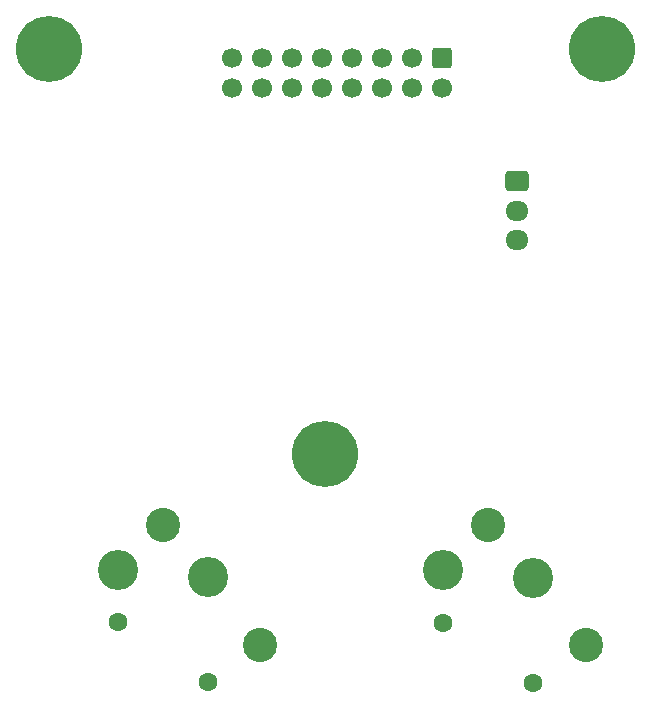
<source format=gbr>
%TF.GenerationSoftware,KiCad,Pcbnew,9.0.0*%
%TF.CreationDate,2025-08-24T23:27:19+02:00*%
%TF.ProjectId,HyperNet-2-ADC,48797065-724e-4657-942d-322d4144432e,2*%
%TF.SameCoordinates,Original*%
%TF.FileFunction,Soldermask,Bot*%
%TF.FilePolarity,Negative*%
%FSLAX46Y46*%
G04 Gerber Fmt 4.6, Leading zero omitted, Abs format (unit mm)*
G04 Created by KiCad (PCBNEW 9.0.0) date 2025-08-24 23:27:19*
%MOMM*%
%LPD*%
G01*
G04 APERTURE LIST*
G04 Aperture macros list*
%AMRoundRect*
0 Rectangle with rounded corners*
0 $1 Rounding radius*
0 $2 $3 $4 $5 $6 $7 $8 $9 X,Y pos of 4 corners*
0 Add a 4 corners polygon primitive as box body*
4,1,4,$2,$3,$4,$5,$6,$7,$8,$9,$2,$3,0*
0 Add four circle primitives for the rounded corners*
1,1,$1+$1,$2,$3*
1,1,$1+$1,$4,$5*
1,1,$1+$1,$6,$7*
1,1,$1+$1,$8,$9*
0 Add four rect primitives between the rounded corners*
20,1,$1+$1,$2,$3,$4,$5,0*
20,1,$1+$1,$4,$5,$6,$7,0*
20,1,$1+$1,$6,$7,$8,$9,0*
20,1,$1+$1,$8,$9,$2,$3,0*%
G04 Aperture macros list end*
%ADD10C,1.600000*%
%ADD11C,3.400000*%
%ADD12C,2.900000*%
%ADD13C,3.600000*%
%ADD14C,5.600000*%
%ADD15RoundRect,0.250000X-0.725000X0.600000X-0.725000X-0.600000X0.725000X-0.600000X0.725000X0.600000X0*%
%ADD16O,1.950000X1.700000*%
%ADD17RoundRect,0.250000X-0.600000X0.600000X-0.600000X-0.600000X0.600000X-0.600000X0.600000X0.600000X0*%
%ADD18C,1.700000*%
G04 APERTURE END LIST*
D10*
%TO.C,PS2*%
X156972000Y-121557000D03*
X164592000Y-126637000D03*
D11*
X164592000Y-117747000D03*
X156972000Y-117112000D03*
D12*
X160782000Y-113297000D03*
X169032000Y-123467000D03*
%TD*%
D10*
%TO.C,PS1*%
X129413000Y-121534000D03*
X137033000Y-126614000D03*
D11*
X137033000Y-117724000D03*
X129413000Y-117089000D03*
D12*
X133223000Y-113274000D03*
X141473000Y-123444000D03*
%TD*%
D13*
%TO.C,J5*%
X146939000Y-107315000D03*
D14*
X146939000Y-107315000D03*
%TD*%
D13*
%TO.C,J4*%
X170434000Y-73025000D03*
D14*
X170434000Y-73025000D03*
%TD*%
D15*
%TO.C,J1*%
X163200000Y-84200000D03*
D16*
X163200000Y-86700000D03*
X163200000Y-89200000D03*
%TD*%
D13*
%TO.C,J6*%
X123571000Y-73025000D03*
D14*
X123571000Y-73025000D03*
%TD*%
D17*
%TO.C,J3*%
X156845000Y-73787000D03*
D18*
X156845000Y-76327000D03*
X154305000Y-73787000D03*
X154305000Y-76327000D03*
X151765000Y-73787000D03*
X151765000Y-76327000D03*
X149225000Y-73787000D03*
X149225000Y-76327000D03*
X146685000Y-73787000D03*
X146685000Y-76327000D03*
X144145000Y-73787000D03*
X144145000Y-76327000D03*
X141605000Y-73787000D03*
X141605000Y-76327000D03*
X139065000Y-73787000D03*
X139065000Y-76327000D03*
%TD*%
M02*

</source>
